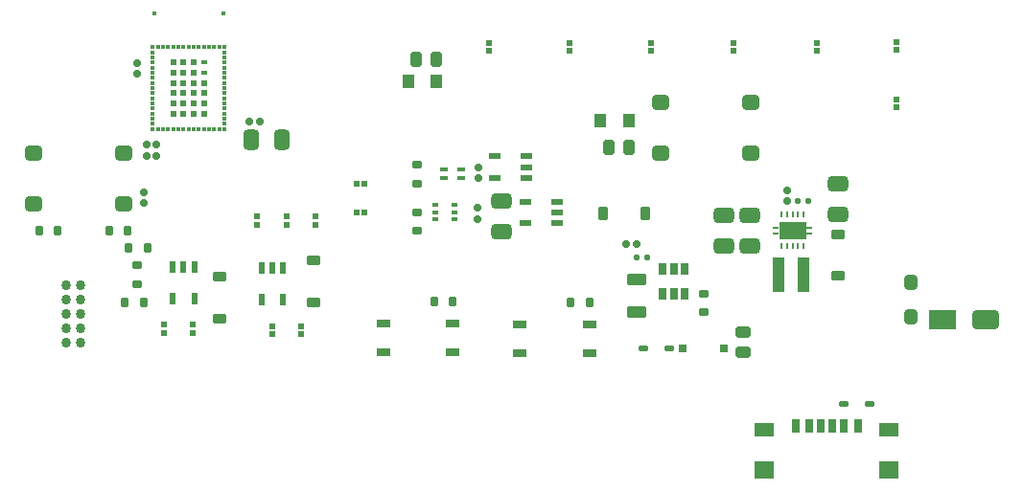
<source format=gtp>
G04*
G04 #@! TF.GenerationSoftware,Altium Limited,Altium Designer,24.9.1 (31)*
G04*
G04 Layer_Color=8421504*
%FSLAX44Y44*%
%MOMM*%
G71*
G04*
G04 #@! TF.SameCoordinates,97D2A4A5-BD74-41C0-937B-CE03BE3D36C6*
G04*
G04*
G04 #@! TF.FilePolarity,Positive*
G04*
G01*
G75*
%ADD18R,0.6000X0.6000*%
%ADD19R,0.5080X0.4318*%
%ADD20R,0.6000X0.4318*%
%ADD21R,0.4300X0.4300*%
%ADD22R,0.3500X0.3500*%
%ADD23R,0.3500X0.3500*%
%ADD24R,0.3000X0.3500*%
%ADD25R,0.3500X0.3000*%
%ADD26R,0.8000X1.3000*%
%ADD27R,0.7600X1.3000*%
%ADD28R,0.7000X1.3000*%
%ADD29R,1.7000X1.6000*%
%ADD30R,1.7000X1.2000*%
G04:AMPARAMS|DCode=31|XSize=1.55mm|YSize=1.3mm|CornerRadius=0.325mm|HoleSize=0mm|Usage=FLASHONLY|Rotation=0.000|XOffset=0mm|YOffset=0mm|HoleType=Round|Shape=RoundedRectangle|*
%AMROUNDEDRECTD31*
21,1,1.5500,0.6500,0,0,0.0*
21,1,0.9000,1.3000,0,0,0.0*
1,1,0.6500,0.4500,-0.3250*
1,1,0.6500,-0.4500,-0.3250*
1,1,0.6500,-0.4500,0.3250*
1,1,0.6500,0.4500,0.3250*
%
%ADD31ROUNDEDRECTD31*%
%ADD32R,0.2400X0.6000*%
%ADD33R,2.4000X1.6500*%
%ADD34R,0.5000X0.2500*%
%ADD35R,0.6000X1.0000*%
G04:AMPARAMS|DCode=36|XSize=0.6mm|YSize=0.6mm|CornerRadius=0.15mm|HoleSize=0mm|Usage=FLASHONLY|Rotation=0.000|XOffset=0mm|YOffset=0mm|HoleType=Round|Shape=RoundedRectangle|*
%AMROUNDEDRECTD36*
21,1,0.6000,0.3000,0,0,0.0*
21,1,0.3000,0.6000,0,0,0.0*
1,1,0.3000,0.1500,-0.1500*
1,1,0.3000,-0.1500,-0.1500*
1,1,0.3000,-0.1500,0.1500*
1,1,0.3000,0.1500,0.1500*
%
%ADD36ROUNDEDRECTD36*%
G04:AMPARAMS|DCode=37|XSize=0.85mm|YSize=0.7mm|CornerRadius=0.175mm|HoleSize=0mm|Usage=FLASHONLY|Rotation=90.000|XOffset=0mm|YOffset=0mm|HoleType=Round|Shape=RoundedRectangle|*
%AMROUNDEDRECTD37*
21,1,0.8500,0.3500,0,0,90.0*
21,1,0.5000,0.7000,0,0,90.0*
1,1,0.3500,0.1750,0.2500*
1,1,0.3500,0.1750,-0.2500*
1,1,0.3500,-0.1750,-0.2500*
1,1,0.3500,-0.1750,0.2500*
%
%ADD37ROUNDEDRECTD37*%
G04:AMPARAMS|DCode=38|XSize=1.1mm|YSize=1.25mm|CornerRadius=0.275mm|HoleSize=0mm|Usage=FLASHONLY|Rotation=180.000|XOffset=0mm|YOffset=0mm|HoleType=Round|Shape=RoundedRectangle|*
%AMROUNDEDRECTD38*
21,1,1.1000,0.7000,0,0,180.0*
21,1,0.5500,1.2500,0,0,180.0*
1,1,0.5500,-0.2750,0.3500*
1,1,0.5500,0.2750,0.3500*
1,1,0.5500,0.2750,-0.3500*
1,1,0.5500,-0.2750,-0.3500*
%
%ADD38ROUNDEDRECTD38*%
%ADD39R,0.5000X0.6000*%
%ADD40R,1.2000X0.8000*%
G04:AMPARAMS|DCode=41|XSize=0.6mm|YSize=0.6mm|CornerRadius=0.15mm|HoleSize=0mm|Usage=FLASHONLY|Rotation=90.000|XOffset=0mm|YOffset=0mm|HoleType=Round|Shape=RoundedRectangle|*
%AMROUNDEDRECTD41*
21,1,0.6000,0.3000,0,0,90.0*
21,1,0.3000,0.6000,0,0,90.0*
1,1,0.3000,0.1500,0.1500*
1,1,0.3000,0.1500,-0.1500*
1,1,0.3000,-0.1500,-0.1500*
1,1,0.3000,-0.1500,0.1500*
%
%ADD41ROUNDEDRECTD41*%
G04:AMPARAMS|DCode=42|XSize=1.35mm|YSize=1mm|CornerRadius=0.25mm|HoleSize=0mm|Usage=FLASHONLY|Rotation=270.000|XOffset=0mm|YOffset=0mm|HoleType=Round|Shape=RoundedRectangle|*
%AMROUNDEDRECTD42*
21,1,1.3500,0.5000,0,0,270.0*
21,1,0.8500,1.0000,0,0,270.0*
1,1,0.5000,-0.2500,-0.4250*
1,1,0.5000,-0.2500,0.4250*
1,1,0.5000,0.2500,0.4250*
1,1,0.5000,0.2500,-0.4250*
%
%ADD42ROUNDEDRECTD42*%
G04:AMPARAMS|DCode=43|XSize=0.45mm|YSize=0.85mm|CornerRadius=0.1125mm|HoleSize=0mm|Usage=FLASHONLY|Rotation=270.000|XOffset=0mm|YOffset=0mm|HoleType=Round|Shape=RoundedRectangle|*
%AMROUNDEDRECTD43*
21,1,0.4500,0.6250,0,0,270.0*
21,1,0.2250,0.8500,0,0,270.0*
1,1,0.2250,-0.3125,-0.1125*
1,1,0.2250,-0.3125,0.1125*
1,1,0.2250,0.3125,0.1125*
1,1,0.2250,0.3125,-0.1125*
%
%ADD43ROUNDEDRECTD43*%
G04:AMPARAMS|DCode=44|XSize=1.15mm|YSize=1.3mm|CornerRadius=0.2875mm|HoleSize=0mm|Usage=FLASHONLY|Rotation=0.000|XOffset=0mm|YOffset=0mm|HoleType=Round|Shape=RoundedRectangle|*
%AMROUNDEDRECTD44*
21,1,1.1500,0.7250,0,0,0.0*
21,1,0.5750,1.3000,0,0,0.0*
1,1,0.5750,0.2875,-0.3625*
1,1,0.5750,-0.2875,-0.3625*
1,1,0.5750,-0.2875,0.3625*
1,1,0.5750,0.2875,0.3625*
%
%ADD44ROUNDEDRECTD44*%
G04:AMPARAMS|DCode=45|XSize=1.2mm|YSize=0.9mm|CornerRadius=0.225mm|HoleSize=0mm|Usage=FLASHONLY|Rotation=270.000|XOffset=0mm|YOffset=0mm|HoleType=Round|Shape=RoundedRectangle|*
%AMROUNDEDRECTD45*
21,1,1.2000,0.4500,0,0,270.0*
21,1,0.7500,0.9000,0,0,270.0*
1,1,0.4500,-0.2250,-0.3750*
1,1,0.4500,-0.2250,0.3750*
1,1,0.4500,0.2250,0.3750*
1,1,0.4500,0.2250,-0.3750*
%
%ADD45ROUNDEDRECTD45*%
G04:AMPARAMS|DCode=46|XSize=1.2mm|YSize=0.9mm|CornerRadius=0.225mm|HoleSize=0mm|Usage=FLASHONLY|Rotation=0.000|XOffset=0mm|YOffset=0mm|HoleType=Round|Shape=RoundedRectangle|*
%AMROUNDEDRECTD46*
21,1,1.2000,0.4500,0,0,0.0*
21,1,0.7500,0.9000,0,0,0.0*
1,1,0.4500,0.3750,-0.2250*
1,1,0.4500,-0.3750,-0.2250*
1,1,0.4500,-0.3750,0.2250*
1,1,0.4500,0.3750,0.2250*
%
%ADD46ROUNDEDRECTD46*%
G04:AMPARAMS|DCode=47|XSize=1.8mm|YSize=1.35mm|CornerRadius=0.3375mm|HoleSize=0mm|Usage=FLASHONLY|Rotation=0.000|XOffset=0mm|YOffset=0mm|HoleType=Round|Shape=RoundedRectangle|*
%AMROUNDEDRECTD47*
21,1,1.8000,0.6750,0,0,0.0*
21,1,1.1250,1.3500,0,0,0.0*
1,1,0.6750,0.5625,-0.3375*
1,1,0.6750,-0.5625,-0.3375*
1,1,0.6750,-0.5625,0.3375*
1,1,0.6750,0.5625,0.3375*
%
%ADD47ROUNDEDRECTD47*%
G04:AMPARAMS|DCode=48|XSize=0.85mm|YSize=0.7mm|CornerRadius=0.175mm|HoleSize=0mm|Usage=FLASHONLY|Rotation=0.000|XOffset=0mm|YOffset=0mm|HoleType=Round|Shape=RoundedRectangle|*
%AMROUNDEDRECTD48*
21,1,0.8500,0.3500,0,0,0.0*
21,1,0.5000,0.7000,0,0,0.0*
1,1,0.3500,0.2500,-0.1750*
1,1,0.3500,-0.2500,-0.1750*
1,1,0.3500,-0.2500,0.1750*
1,1,0.3500,0.2500,0.1750*
%
%ADD48ROUNDEDRECTD48*%
%ADD49R,0.7000X1.0000*%
G04:AMPARAMS|DCode=50|XSize=1.7mm|YSize=1.1mm|CornerRadius=0.275mm|HoleSize=0mm|Usage=FLASHONLY|Rotation=180.000|XOffset=0mm|YOffset=0mm|HoleType=Round|Shape=RoundedRectangle|*
%AMROUNDEDRECTD50*
21,1,1.7000,0.5500,0,0,180.0*
21,1,1.1500,1.1000,0,0,180.0*
1,1,0.5500,-0.5750,0.2750*
1,1,0.5500,0.5750,0.2750*
1,1,0.5500,0.5750,-0.2750*
1,1,0.5500,-0.5750,-0.2750*
%
%ADD50ROUNDEDRECTD50*%
G04:AMPARAMS|DCode=51|XSize=0.55mm|YSize=0.55mm|CornerRadius=0.1375mm|HoleSize=0mm|Usage=FLASHONLY|Rotation=270.000|XOffset=0mm|YOffset=0mm|HoleType=Round|Shape=RoundedRectangle|*
%AMROUNDEDRECTD51*
21,1,0.5500,0.2750,0,0,270.0*
21,1,0.2750,0.5500,0,0,270.0*
1,1,0.2750,-0.1375,-0.1375*
1,1,0.2750,-0.1375,0.1375*
1,1,0.2750,0.1375,0.1375*
1,1,0.2750,0.1375,-0.1375*
%
%ADD51ROUNDEDRECTD51*%
G04:AMPARAMS|DCode=52|XSize=1.7mm|YSize=2.4mm|CornerRadius=0.425mm|HoleSize=0mm|Usage=FLASHONLY|Rotation=90.000|XOffset=0mm|YOffset=0mm|HoleType=Round|Shape=RoundedRectangle|*
%AMROUNDEDRECTD52*
21,1,1.7000,1.5500,0,0,90.0*
21,1,0.8500,2.4000,0,0,90.0*
1,1,0.8500,0.7750,0.4250*
1,1,0.8500,0.7750,-0.4250*
1,1,0.8500,-0.7750,-0.4250*
1,1,0.8500,-0.7750,0.4250*
%
%ADD52ROUNDEDRECTD52*%
G04:AMPARAMS|DCode=53|XSize=1.7mm|YSize=2.4mm|CornerRadius=0.085mm|HoleSize=0mm|Usage=FLASHONLY|Rotation=90.000|XOffset=0mm|YOffset=0mm|HoleType=Round|Shape=RoundedRectangle|*
%AMROUNDEDRECTD53*
21,1,1.7000,2.2300,0,0,90.0*
21,1,1.5300,2.4000,0,0,90.0*
1,1,0.1700,1.1150,0.7650*
1,1,0.1700,1.1150,-0.7650*
1,1,0.1700,-1.1150,-0.7650*
1,1,0.1700,-1.1150,0.7650*
%
%ADD53ROUNDEDRECTD53*%
%ADD54R,1.1400X3.0500*%
G04:AMPARAMS|DCode=55|XSize=1.35mm|YSize=1mm|CornerRadius=0.25mm|HoleSize=0mm|Usage=FLASHONLY|Rotation=180.000|XOffset=0mm|YOffset=0mm|HoleType=Round|Shape=RoundedRectangle|*
%AMROUNDEDRECTD55*
21,1,1.3500,0.5000,0,0,180.0*
21,1,0.8500,1.0000,0,0,180.0*
1,1,0.5000,-0.4250,0.2500*
1,1,0.5000,0.4250,0.2500*
1,1,0.5000,0.4250,-0.2500*
1,1,0.5000,-0.4250,-0.2500*
%
%ADD55ROUNDEDRECTD55*%
G04:AMPARAMS|DCode=56|XSize=0.75mm|YSize=0.75mm|CornerRadius=0.1875mm|HoleSize=0mm|Usage=FLASHONLY|Rotation=270.000|XOffset=0mm|YOffset=0mm|HoleType=Round|Shape=RoundedRectangle|*
%AMROUNDEDRECTD56*
21,1,0.7500,0.3750,0,0,270.0*
21,1,0.3750,0.7500,0,0,270.0*
1,1,0.3750,-0.1875,-0.1875*
1,1,0.3750,-0.1875,0.1875*
1,1,0.3750,0.1875,0.1875*
1,1,0.3750,0.1875,-0.1875*
%
%ADD56ROUNDEDRECTD56*%
%ADD57R,1.0000X0.6000*%
%ADD58R,0.7112X0.3048*%
%ADD59R,0.5500X0.3000*%
G04:AMPARAMS|DCode=60|XSize=1.8mm|YSize=1.35mm|CornerRadius=0.3375mm|HoleSize=0mm|Usage=FLASHONLY|Rotation=270.000|XOffset=0mm|YOffset=0mm|HoleType=Round|Shape=RoundedRectangle|*
%AMROUNDEDRECTD60*
21,1,1.8000,0.6750,0,0,270.0*
21,1,1.1250,1.3500,0,0,270.0*
1,1,0.6750,-0.3375,-0.5625*
1,1,0.6750,-0.3375,0.5625*
1,1,0.6750,0.3375,0.5625*
1,1,0.6750,0.3375,-0.5625*
%
%ADD60ROUNDEDRECTD60*%
%ADD61R,0.6000X0.5000*%
%ADD62C,0.8636*%
D18*
X63030Y897340D02*
D03*
X54030D02*
D03*
X36030D02*
D03*
X45030D02*
D03*
X63030Y906340D02*
D03*
X54030D02*
D03*
X36030D02*
D03*
X45030D02*
D03*
X63030Y915340D02*
D03*
X54030D02*
D03*
X36030D02*
D03*
X45030D02*
D03*
X63030Y924340D02*
D03*
X54030D02*
D03*
X36030D02*
D03*
X45030D02*
D03*
X54030Y933340D02*
D03*
X36030D02*
D03*
X45030D02*
D03*
X54030Y942340D02*
D03*
X36030D02*
D03*
X45030D02*
D03*
D19*
X63030Y933340D02*
D03*
D20*
Y942340D02*
D03*
D21*
X19030Y985690D02*
D03*
X80030D02*
D03*
D22*
X17780Y883590D02*
D03*
X81280D02*
D03*
D23*
X17780Y956090D02*
D03*
X81280D02*
D03*
D24*
X22530D02*
D03*
X27030D02*
D03*
X31530D02*
D03*
X36030D02*
D03*
X40530D02*
D03*
X45030D02*
D03*
X49530D02*
D03*
X54030D02*
D03*
X58530D02*
D03*
X63030D02*
D03*
X67530D02*
D03*
X72030D02*
D03*
X76530D02*
D03*
Y883590D02*
D03*
X72030D02*
D03*
X67530D02*
D03*
X63030D02*
D03*
X58530D02*
D03*
X54030D02*
D03*
X49530D02*
D03*
X45030D02*
D03*
X40530D02*
D03*
X36030D02*
D03*
X31530D02*
D03*
X27030D02*
D03*
X22530D02*
D03*
D25*
X81280Y951340D02*
D03*
Y946840D02*
D03*
Y942340D02*
D03*
Y937840D02*
D03*
Y933340D02*
D03*
Y928840D02*
D03*
Y924340D02*
D03*
Y919840D02*
D03*
Y915340D02*
D03*
Y910840D02*
D03*
Y906340D02*
D03*
Y901840D02*
D03*
Y897340D02*
D03*
Y892840D02*
D03*
Y888340D02*
D03*
X17780D02*
D03*
Y892840D02*
D03*
Y897340D02*
D03*
Y901840D02*
D03*
Y906340D02*
D03*
Y910840D02*
D03*
Y915340D02*
D03*
Y919840D02*
D03*
Y924340D02*
D03*
Y928840D02*
D03*
Y933340D02*
D03*
Y937840D02*
D03*
Y942340D02*
D03*
Y946840D02*
D03*
Y951340D02*
D03*
D26*
X585429Y620614D02*
D03*
X640429D02*
D03*
D27*
X597729D02*
D03*
X628129D02*
D03*
D28*
X617929D02*
D03*
X607929D02*
D03*
D29*
X668129Y581714D02*
D03*
X557729D02*
D03*
D30*
X668129Y617714D02*
D03*
X557729D02*
D03*
D31*
X-87032Y862470D02*
D03*
X-7532D02*
D03*
X-87032Y817470D02*
D03*
X-7532D02*
D03*
X546100Y861954D02*
D03*
X466600D02*
D03*
X546100Y906954D02*
D03*
X466600D02*
D03*
D32*
X572866Y780011D02*
D03*
X577866D02*
D03*
X582866D02*
D03*
X587866D02*
D03*
X592866D02*
D03*
Y808011D02*
D03*
X587866D02*
D03*
X582866D02*
D03*
X577866D02*
D03*
X572866D02*
D03*
D33*
X582866Y794011D02*
D03*
D34*
X597366Y791511D02*
D03*
Y796511D02*
D03*
X568366D02*
D03*
Y791511D02*
D03*
D35*
X54582Y733618D02*
D03*
X35582D02*
D03*
Y761618D02*
D03*
X45082D02*
D03*
X54582D02*
D03*
X132805Y760422D02*
D03*
X123305D02*
D03*
X113805D02*
D03*
Y732422D02*
D03*
X132805D02*
D03*
D36*
X3810Y932686D02*
D03*
Y942086D02*
D03*
X12334Y869442D02*
D03*
Y860042D02*
D03*
X10414Y818063D02*
D03*
Y827462D02*
D03*
X577866Y819946D02*
D03*
Y829346D02*
D03*
X305308Y849632D02*
D03*
Y840232D02*
D03*
X304800Y804160D02*
D03*
Y813560D02*
D03*
X21082Y869442D02*
D03*
Y860042D02*
D03*
D37*
X282680Y730614D02*
D03*
X266180D02*
D03*
X403474Y730297D02*
D03*
X386974D02*
D03*
X-6754Y729991D02*
D03*
X9746D02*
D03*
X-82418Y793750D02*
D03*
X-65918D02*
D03*
X-20696Y794004D02*
D03*
X-4196D02*
D03*
X-3170Y778256D02*
D03*
X13330D02*
D03*
D38*
X268356Y925840D02*
D03*
X243356D02*
D03*
X438251Y890704D02*
D03*
X413251D02*
D03*
D39*
X204866Y810106D02*
D03*
X197866D02*
D03*
Y835506D02*
D03*
X204866D02*
D03*
D40*
X403553Y685434D02*
D03*
Y710834D02*
D03*
X342053D02*
D03*
Y685434D02*
D03*
X282973Y685942D02*
D03*
Y711342D02*
D03*
X221473D02*
D03*
Y685942D02*
D03*
D41*
X112238Y889840D02*
D03*
X102837D02*
D03*
X445516Y781424D02*
D03*
X436116D02*
D03*
D42*
X268356Y945340D02*
D03*
X250356D02*
D03*
X438251Y867222D02*
D03*
X420251D02*
D03*
D43*
X473694Y689800D02*
D03*
X451194D02*
D03*
X628129Y640114D02*
D03*
X650629D02*
D03*
D44*
X687192Y748035D02*
D03*
Y717035D02*
D03*
D45*
X415898Y809211D02*
D03*
X452898D02*
D03*
D46*
X622808Y753448D02*
D03*
Y790448D02*
D03*
X77151Y753026D02*
D03*
Y716026D02*
D03*
X160021Y767297D02*
D03*
Y730297D02*
D03*
D47*
X622808Y835474D02*
D03*
Y807974D02*
D03*
X545313Y807424D02*
D03*
Y779924D02*
D03*
X522624Y807511D02*
D03*
Y780011D02*
D03*
X325628Y792446D02*
D03*
Y819946D02*
D03*
D48*
X504456Y721451D02*
D03*
Y737952D02*
D03*
X251606Y851853D02*
D03*
Y835353D02*
D03*
Y793538D02*
D03*
Y810038D02*
D03*
X3996Y762922D02*
D03*
Y746422D02*
D03*
D49*
X468480Y738035D02*
D03*
X477980D02*
D03*
X487480D02*
D03*
Y760035D02*
D03*
X477980D02*
D03*
X468480D02*
D03*
D50*
X445516Y750592D02*
D03*
Y721592D02*
D03*
D51*
Y769535D02*
D03*
X454516D02*
D03*
X596866Y819946D02*
D03*
X587866D02*
D03*
D52*
X753222Y715010D02*
D03*
D53*
X715222D02*
D03*
D54*
X570927Y754285D02*
D03*
X592527D02*
D03*
D55*
X539362Y686033D02*
D03*
Y704033D02*
D03*
D56*
X521922Y689434D02*
D03*
X485922D02*
D03*
D57*
X346934Y799998D02*
D03*
Y818998D02*
D03*
X374934D02*
D03*
Y809498D02*
D03*
Y799998D02*
D03*
X320010Y840384D02*
D03*
Y859384D02*
D03*
X348010D02*
D03*
Y849884D02*
D03*
Y840384D02*
D03*
D58*
X290244Y848043D02*
D03*
Y840042D02*
D03*
X275258D02*
D03*
Y848043D02*
D03*
D59*
X267088Y816552D02*
D03*
Y810052D02*
D03*
Y803552D02*
D03*
X284588D02*
D03*
Y810052D02*
D03*
Y816552D02*
D03*
D60*
X104756Y874488D02*
D03*
X132256D02*
D03*
D61*
X148705Y701997D02*
D03*
Y708997D02*
D03*
X27758Y703415D02*
D03*
Y710415D02*
D03*
X53549Y703415D02*
D03*
Y710415D02*
D03*
X135947Y806136D02*
D03*
Y799136D02*
D03*
X161347Y806029D02*
D03*
Y799028D02*
D03*
X110212Y806136D02*
D03*
Y799136D02*
D03*
X123305Y701997D02*
D03*
Y708997D02*
D03*
X604266Y960000D02*
D03*
Y953000D02*
D03*
X530606Y960000D02*
D03*
Y953000D02*
D03*
X458123Y960000D02*
D03*
Y953000D02*
D03*
X386334Y960000D02*
D03*
Y953000D02*
D03*
X314928Y960000D02*
D03*
Y953000D02*
D03*
X674316Y953724D02*
D03*
Y960724D02*
D03*
Y902924D02*
D03*
Y909924D02*
D03*
D62*
X-58420Y745744D02*
D03*
Y733044D02*
D03*
Y720344D02*
D03*
Y707644D02*
D03*
Y694944D02*
D03*
X-45720D02*
D03*
Y707644D02*
D03*
Y720344D02*
D03*
Y733044D02*
D03*
Y745744D02*
D03*
M02*

</source>
